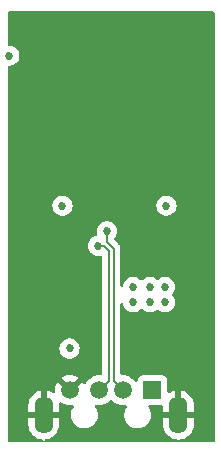
<source format=gbr>
%TF.GenerationSoftware,KiCad,Pcbnew,(6.0.7)*%
%TF.CreationDate,2023-02-05T00:26:33-08:00*%
%TF.ProjectId,ESP_Module,4553505f-4d6f-4647-956c-652e6b696361,rev?*%
%TF.SameCoordinates,Original*%
%TF.FileFunction,Copper,L4,Bot*%
%TF.FilePolarity,Positive*%
%FSLAX46Y46*%
G04 Gerber Fmt 4.6, Leading zero omitted, Abs format (unit mm)*
G04 Created by KiCad (PCBNEW (6.0.7)) date 2023-02-05 00:26:33*
%MOMM*%
%LPD*%
G01*
G04 APERTURE LIST*
%TA.AperFunction,ComponentPad*%
%ADD10R,1.508000X1.508000*%
%TD*%
%TA.AperFunction,ComponentPad*%
%ADD11C,1.508000*%
%TD*%
%TA.AperFunction,ComponentPad*%
%ADD12O,1.575000X3.150000*%
%TD*%
%TA.AperFunction,ViaPad*%
%ADD13C,0.685800*%
%TD*%
%TA.AperFunction,Conductor*%
%ADD14C,0.152400*%
%TD*%
G04 APERTURE END LIST*
D10*
%TO.P,J1,1,VCC*%
%TO.N,+5V*%
X160218000Y-100516000D03*
D11*
%TO.P,J1,2,D-*%
%TO.N,USB_D-*%
X157718000Y-100516000D03*
%TO.P,J1,3,D+*%
%TO.N,USB_D+*%
X155718000Y-100516000D03*
%TO.P,J1,4,GND*%
%TO.N,GND*%
X153218000Y-100516000D03*
D12*
%TO.P,J1,S1,SHIELD*%
X162418000Y-102616000D03*
%TO.P,J1,S2,SHIELD*%
X151018000Y-102616000D03*
%TD*%
D13*
%TO.N,GND*%
X164500000Y-97400000D03*
X164500000Y-99400000D03*
X149000000Y-97400000D03*
X149000000Y-99400000D03*
%TO.N,+3V3*%
X148100000Y-72200000D03*
%TO.N,GND*%
X159600000Y-84600000D03*
%TO.N,+3V3*%
X152600000Y-84900000D03*
%TO.N,GND*%
X154500000Y-84900000D03*
X150500000Y-86800000D03*
%TO.N,+3V3*%
X161300000Y-91800000D03*
X160000000Y-93100000D03*
X161300000Y-93100000D03*
X153200000Y-97000000D03*
X158600000Y-91800000D03*
X161400000Y-84900000D03*
X160000000Y-91800000D03*
X158600000Y-93100000D03*
%TO.N,GND*%
X156700000Y-80000000D03*
X154500000Y-86800000D03*
X152500000Y-86800000D03*
X160700000Y-80000000D03*
X156700000Y-71000000D03*
X158700000Y-80000000D03*
X160700000Y-71000000D03*
X164500000Y-91300000D03*
X152700000Y-80000000D03*
X152700000Y-71000000D03*
X158700000Y-71000000D03*
X154700000Y-80000000D03*
X164500000Y-89300000D03*
X164500000Y-93300000D03*
X164500000Y-95300000D03*
X154700000Y-71000000D03*
%TO.N,USB_D+*%
X155600000Y-88300000D03*
%TO.N,USB_D-*%
X156376702Y-87076702D03*
%TD*%
D14*
%TO.N,USB_D+*%
X156514799Y-88725466D02*
X156514799Y-99719201D01*
X156089333Y-88300000D02*
X156514799Y-88725466D01*
X155600000Y-88300000D02*
X156089333Y-88300000D01*
X156514799Y-99719201D02*
X155718000Y-100516000D01*
%TO.N,USB_D-*%
X156376702Y-88012631D02*
X156921201Y-88557130D01*
X156921201Y-99719201D02*
X157718000Y-100516000D01*
X156921201Y-88557130D02*
X156921201Y-99719201D01*
X156376702Y-87076702D02*
X156376702Y-88012631D01*
%TD*%
%TA.AperFunction,Conductor*%
%TO.N,GND*%
G36*
X165423121Y-68478502D02*
G01*
X165469614Y-68532158D01*
X165481000Y-68584500D01*
X165481000Y-104815500D01*
X165460998Y-104883621D01*
X165407342Y-104930114D01*
X165355000Y-104941500D01*
X162588658Y-104941500D01*
X162520537Y-104921498D01*
X162474044Y-104867842D01*
X162463940Y-104797568D01*
X162493434Y-104732988D01*
X162553160Y-104694604D01*
X162577676Y-104689979D01*
X162638341Y-104684671D01*
X162649136Y-104682768D01*
X162857470Y-104626945D01*
X162867762Y-104623199D01*
X163063243Y-104532045D01*
X163072729Y-104526567D01*
X163249401Y-104402861D01*
X163257808Y-104395807D01*
X163410307Y-104243308D01*
X163417361Y-104234901D01*
X163541067Y-104058229D01*
X163546545Y-104048743D01*
X163637699Y-103853262D01*
X163641445Y-103842970D01*
X163697268Y-103634636D01*
X163699171Y-103623841D01*
X163713262Y-103462791D01*
X163713500Y-103457327D01*
X163713500Y-102888115D01*
X163709025Y-102872876D01*
X163707635Y-102871671D01*
X163699952Y-102870000D01*
X161140615Y-102870000D01*
X161125376Y-102874475D01*
X161124171Y-102875865D01*
X161122500Y-102883548D01*
X161122500Y-103457327D01*
X161122738Y-103462791D01*
X161136829Y-103623841D01*
X161138732Y-103634636D01*
X161194555Y-103842970D01*
X161198301Y-103853262D01*
X161289455Y-104048743D01*
X161294933Y-104058229D01*
X161418639Y-104234901D01*
X161425693Y-104243308D01*
X161578190Y-104395805D01*
X161586598Y-104402861D01*
X161763266Y-104526565D01*
X161772762Y-104532048D01*
X161968238Y-104623199D01*
X161978530Y-104626945D01*
X162186864Y-104682768D01*
X162197659Y-104684671D01*
X162258324Y-104689979D01*
X162324442Y-104715843D01*
X162366081Y-104773346D01*
X162370022Y-104844233D01*
X162335013Y-104905998D01*
X162272168Y-104939030D01*
X162247342Y-104941500D01*
X151188658Y-104941500D01*
X151120537Y-104921498D01*
X151074044Y-104867842D01*
X151063940Y-104797568D01*
X151093434Y-104732988D01*
X151153160Y-104694604D01*
X151177676Y-104689979D01*
X151238341Y-104684671D01*
X151249136Y-104682768D01*
X151457470Y-104626945D01*
X151467762Y-104623199D01*
X151663243Y-104532045D01*
X151672729Y-104526567D01*
X151849401Y-104402861D01*
X151857808Y-104395807D01*
X152010307Y-104243308D01*
X152017361Y-104234901D01*
X152141067Y-104058229D01*
X152146545Y-104048743D01*
X152237699Y-103853262D01*
X152241445Y-103842970D01*
X152297268Y-103634636D01*
X152299171Y-103623841D01*
X152313262Y-103462791D01*
X152313500Y-103457327D01*
X152313500Y-102888115D01*
X152309025Y-102872876D01*
X152307635Y-102871671D01*
X152299952Y-102870000D01*
X149740615Y-102870000D01*
X149725376Y-102874475D01*
X149724171Y-102875865D01*
X149722500Y-102883548D01*
X149722500Y-103457327D01*
X149722738Y-103462791D01*
X149736829Y-103623841D01*
X149738732Y-103634636D01*
X149794555Y-103842970D01*
X149798301Y-103853262D01*
X149889455Y-104048743D01*
X149894933Y-104058229D01*
X150018639Y-104234901D01*
X150025693Y-104243308D01*
X150178190Y-104395805D01*
X150186598Y-104402861D01*
X150363266Y-104526565D01*
X150372762Y-104532048D01*
X150568238Y-104623199D01*
X150578530Y-104626945D01*
X150786864Y-104682768D01*
X150797659Y-104684671D01*
X150858324Y-104689979D01*
X150924442Y-104715843D01*
X150966081Y-104773346D01*
X150970022Y-104844233D01*
X150935013Y-104905998D01*
X150872168Y-104939030D01*
X150847342Y-104941500D01*
X148081000Y-104941500D01*
X148012879Y-104921498D01*
X147966386Y-104867842D01*
X147955000Y-104815500D01*
X147955000Y-102343885D01*
X149722500Y-102343885D01*
X149726975Y-102359124D01*
X149728365Y-102360329D01*
X149736048Y-102362000D01*
X150745885Y-102362000D01*
X150761124Y-102357525D01*
X150762329Y-102356135D01*
X150764000Y-102348452D01*
X150764000Y-102343885D01*
X151272000Y-102343885D01*
X151276475Y-102359124D01*
X151277865Y-102360329D01*
X151285548Y-102362000D01*
X152295385Y-102362000D01*
X152310624Y-102357525D01*
X152311829Y-102356135D01*
X152313500Y-102348452D01*
X152313500Y-101774673D01*
X152313261Y-101769187D01*
X152304557Y-101669708D01*
X152318545Y-101600103D01*
X152367944Y-101549111D01*
X152437070Y-101532920D01*
X152502348Y-101555513D01*
X152580081Y-101609942D01*
X152589576Y-101615425D01*
X152779740Y-101704099D01*
X152790032Y-101707845D01*
X152992704Y-101762151D01*
X153003499Y-101764054D01*
X153212525Y-101782342D01*
X153223475Y-101782342D01*
X153421792Y-101764991D01*
X153491397Y-101778980D01*
X153542389Y-101828379D01*
X153558580Y-101897505D01*
X153538903Y-101953565D01*
X153541002Y-101954779D01*
X153432693Y-102141999D01*
X153361740Y-102346323D01*
X153330703Y-102560377D01*
X153340704Y-102776438D01*
X153342108Y-102782263D01*
X153342108Y-102782264D01*
X153363253Y-102870000D01*
X153391380Y-102986710D01*
X153480903Y-103183606D01*
X153606043Y-103360021D01*
X153762285Y-103509590D01*
X153767320Y-103512841D01*
X153938954Y-103623664D01*
X153938957Y-103623665D01*
X153943991Y-103626916D01*
X154144604Y-103707766D01*
X154150485Y-103708914D01*
X154150490Y-103708916D01*
X154352441Y-103748354D01*
X154352444Y-103748354D01*
X154356887Y-103749222D01*
X154362571Y-103749500D01*
X154522041Y-103749500D01*
X154683315Y-103734113D01*
X154890860Y-103673226D01*
X154965787Y-103634636D01*
X155077817Y-103576937D01*
X155077820Y-103576935D01*
X155083148Y-103574191D01*
X155170666Y-103505445D01*
X155248522Y-103444289D01*
X155248527Y-103444285D01*
X155253239Y-103440583D01*
X155257171Y-103436052D01*
X155391067Y-103281752D01*
X155391071Y-103281747D01*
X155394998Y-103277221D01*
X155503307Y-103090001D01*
X155574260Y-102885677D01*
X155576533Y-102870000D01*
X155604436Y-102677563D01*
X155604436Y-102677560D01*
X155605297Y-102671623D01*
X155595296Y-102455562D01*
X155544620Y-102245290D01*
X155455097Y-102048394D01*
X155394822Y-101963422D01*
X155371724Y-101896288D01*
X155388588Y-101827323D01*
X155440060Y-101778424D01*
X155508573Y-101765001D01*
X155712525Y-101782844D01*
X155718000Y-101783323D01*
X155938068Y-101764070D01*
X156100243Y-101720615D01*
X156146140Y-101708317D01*
X156146142Y-101708316D01*
X156151450Y-101706894D01*
X156157444Y-101704099D01*
X156346675Y-101615860D01*
X156346680Y-101615857D01*
X156351662Y-101613534D01*
X156356792Y-101609942D01*
X156528109Y-101489985D01*
X156528112Y-101489983D01*
X156532620Y-101486826D01*
X156628905Y-101390541D01*
X156691217Y-101356515D01*
X156762032Y-101361580D01*
X156807095Y-101390541D01*
X156903380Y-101486826D01*
X156907888Y-101489983D01*
X156907891Y-101489985D01*
X157079208Y-101609942D01*
X157084338Y-101613534D01*
X157089320Y-101615857D01*
X157089325Y-101615860D01*
X157278556Y-101704099D01*
X157284550Y-101706894D01*
X157289858Y-101708316D01*
X157289860Y-101708317D01*
X157335757Y-101720615D01*
X157497932Y-101764070D01*
X157718000Y-101783323D01*
X157921411Y-101765527D01*
X157991014Y-101779516D01*
X158042007Y-101828916D01*
X158058197Y-101898042D01*
X158038759Y-101953481D01*
X158041002Y-101954779D01*
X157932693Y-102141999D01*
X157861740Y-102346323D01*
X157830703Y-102560377D01*
X157840704Y-102776438D01*
X157842108Y-102782263D01*
X157842108Y-102782264D01*
X157863253Y-102870000D01*
X157891380Y-102986710D01*
X157980903Y-103183606D01*
X158106043Y-103360021D01*
X158262285Y-103509590D01*
X158267320Y-103512841D01*
X158438954Y-103623664D01*
X158438957Y-103623665D01*
X158443991Y-103626916D01*
X158644604Y-103707766D01*
X158650485Y-103708914D01*
X158650490Y-103708916D01*
X158852441Y-103748354D01*
X158852444Y-103748354D01*
X158856887Y-103749222D01*
X158862571Y-103749500D01*
X159022041Y-103749500D01*
X159183315Y-103734113D01*
X159390860Y-103673226D01*
X159465787Y-103634636D01*
X159577817Y-103576937D01*
X159577820Y-103576935D01*
X159583148Y-103574191D01*
X159670666Y-103505445D01*
X159748522Y-103444289D01*
X159748527Y-103444285D01*
X159753239Y-103440583D01*
X159757171Y-103436052D01*
X159891067Y-103281752D01*
X159891071Y-103281747D01*
X159894998Y-103277221D01*
X160003307Y-103090001D01*
X160074260Y-102885677D01*
X160076533Y-102870000D01*
X160104436Y-102677563D01*
X160104436Y-102677560D01*
X160105297Y-102671623D01*
X160095296Y-102455562D01*
X160044620Y-102245290D01*
X159955097Y-102048394D01*
X159904737Y-101977399D01*
X159881639Y-101910266D01*
X159898503Y-101841301D01*
X159949975Y-101792402D01*
X160007507Y-101778500D01*
X160996500Y-101778500D01*
X161064621Y-101798502D01*
X161111114Y-101852158D01*
X161122500Y-101904500D01*
X161122500Y-102343885D01*
X161126975Y-102359124D01*
X161128365Y-102360329D01*
X161136048Y-102362000D01*
X162145885Y-102362000D01*
X162161124Y-102357525D01*
X162162329Y-102356135D01*
X162164000Y-102348452D01*
X162164000Y-102343885D01*
X162672000Y-102343885D01*
X162676475Y-102359124D01*
X162677865Y-102360329D01*
X162685548Y-102362000D01*
X163695385Y-102362000D01*
X163710624Y-102357525D01*
X163711829Y-102356135D01*
X163713500Y-102348452D01*
X163713500Y-101774673D01*
X163713262Y-101769209D01*
X163699171Y-101608159D01*
X163697268Y-101597364D01*
X163641445Y-101389030D01*
X163637699Y-101378738D01*
X163546545Y-101183257D01*
X163541067Y-101173771D01*
X163417361Y-100997099D01*
X163410307Y-100988692D01*
X163257810Y-100836195D01*
X163249402Y-100829139D01*
X163072734Y-100705435D01*
X163063238Y-100699952D01*
X162867762Y-100608801D01*
X162857470Y-100605055D01*
X162689497Y-100560047D01*
X162675401Y-100560383D01*
X162672000Y-100568325D01*
X162672000Y-102343885D01*
X162164000Y-102343885D01*
X162164000Y-100573474D01*
X162160027Y-100559943D01*
X162151478Y-100558714D01*
X161978530Y-100605055D01*
X161968238Y-100608801D01*
X161772757Y-100699955D01*
X161763279Y-100705428D01*
X161678770Y-100764601D01*
X161611496Y-100787288D01*
X161542636Y-100770003D01*
X161494052Y-100718233D01*
X161480500Y-100661387D01*
X161480500Y-99713866D01*
X161473745Y-99651684D01*
X161422615Y-99515295D01*
X161335261Y-99398739D01*
X161218705Y-99311385D01*
X161082316Y-99260255D01*
X161020134Y-99253500D01*
X159415866Y-99253500D01*
X159353684Y-99260255D01*
X159217295Y-99311385D01*
X159100739Y-99398739D01*
X159013385Y-99515295D01*
X158962255Y-99651684D01*
X158961402Y-99659540D01*
X158957061Y-99699499D01*
X158929820Y-99765061D01*
X158871457Y-99805488D01*
X158800503Y-99807944D01*
X158739485Y-99771649D01*
X158728585Y-99758162D01*
X158699961Y-99717283D01*
X158688826Y-99701380D01*
X158532620Y-99545174D01*
X158528112Y-99542017D01*
X158528109Y-99542015D01*
X158356171Y-99421623D01*
X158356168Y-99421621D01*
X158351662Y-99418466D01*
X158346680Y-99416143D01*
X158346675Y-99416140D01*
X158156432Y-99327429D01*
X158156431Y-99327429D01*
X158151450Y-99325106D01*
X158146142Y-99323684D01*
X158146140Y-99323683D01*
X158080748Y-99306161D01*
X157938068Y-99267930D01*
X157718000Y-99248677D01*
X157642882Y-99255249D01*
X157573278Y-99241260D01*
X157522285Y-99191860D01*
X157505901Y-99129728D01*
X157505901Y-93239719D01*
X157525903Y-93171598D01*
X157579559Y-93125105D01*
X157649833Y-93115001D01*
X157714413Y-93144495D01*
X157752797Y-93204221D01*
X157757211Y-93226548D01*
X157762618Y-93277991D01*
X157817923Y-93448203D01*
X157907409Y-93603197D01*
X158027164Y-93736199D01*
X158171955Y-93841396D01*
X158177983Y-93844080D01*
X158177985Y-93844081D01*
X158329423Y-93911505D01*
X158335454Y-93914190D01*
X158422984Y-93932795D01*
X158504057Y-93950028D01*
X158504061Y-93950028D01*
X158510514Y-93951400D01*
X158689486Y-93951400D01*
X158695939Y-93950028D01*
X158695943Y-93950028D01*
X158777016Y-93932795D01*
X158864546Y-93914190D01*
X158870577Y-93911505D01*
X159022015Y-93844081D01*
X159022017Y-93844080D01*
X159028045Y-93841396D01*
X159172836Y-93736199D01*
X159206366Y-93698960D01*
X159266809Y-93661722D01*
X159337793Y-93663073D01*
X159393634Y-93698960D01*
X159427164Y-93736199D01*
X159571955Y-93841396D01*
X159577983Y-93844080D01*
X159577985Y-93844081D01*
X159729423Y-93911505D01*
X159735454Y-93914190D01*
X159822984Y-93932795D01*
X159904057Y-93950028D01*
X159904061Y-93950028D01*
X159910514Y-93951400D01*
X160089486Y-93951400D01*
X160095939Y-93950028D01*
X160095943Y-93950028D01*
X160177016Y-93932795D01*
X160264546Y-93914190D01*
X160270577Y-93911505D01*
X160422015Y-93844081D01*
X160422017Y-93844080D01*
X160428045Y-93841396D01*
X160572836Y-93736199D01*
X160573954Y-93737738D01*
X160629696Y-93710988D01*
X160700150Y-93719751D01*
X160726712Y-93736821D01*
X160727164Y-93736199D01*
X160871955Y-93841396D01*
X160877983Y-93844080D01*
X160877985Y-93844081D01*
X161029423Y-93911505D01*
X161035454Y-93914190D01*
X161122984Y-93932795D01*
X161204057Y-93950028D01*
X161204061Y-93950028D01*
X161210514Y-93951400D01*
X161389486Y-93951400D01*
X161395939Y-93950028D01*
X161395943Y-93950028D01*
X161477016Y-93932795D01*
X161564546Y-93914190D01*
X161570577Y-93911505D01*
X161722015Y-93844081D01*
X161722017Y-93844080D01*
X161728045Y-93841396D01*
X161872836Y-93736199D01*
X161992591Y-93603197D01*
X162082077Y-93448203D01*
X162137382Y-93277991D01*
X162156090Y-93100000D01*
X162137382Y-92922009D01*
X162082077Y-92751797D01*
X161992591Y-92596803D01*
X161936322Y-92534309D01*
X161905605Y-92470303D01*
X161914369Y-92399849D01*
X161936322Y-92365690D01*
X161988172Y-92308105D01*
X161988173Y-92308104D01*
X161992591Y-92303197D01*
X162082077Y-92148203D01*
X162137382Y-91977991D01*
X162156090Y-91800000D01*
X162137382Y-91622009D01*
X162082077Y-91451797D01*
X161992591Y-91296803D01*
X161872836Y-91163801D01*
X161728045Y-91058604D01*
X161722017Y-91055920D01*
X161722015Y-91055919D01*
X161570577Y-90988495D01*
X161570576Y-90988495D01*
X161564546Y-90985810D01*
X161477016Y-90967205D01*
X161395943Y-90949972D01*
X161395939Y-90949972D01*
X161389486Y-90948600D01*
X161210514Y-90948600D01*
X161204061Y-90949972D01*
X161204057Y-90949972D01*
X161122984Y-90967205D01*
X161035454Y-90985810D01*
X161029424Y-90988495D01*
X161029423Y-90988495D01*
X160877985Y-91055919D01*
X160877983Y-91055920D01*
X160871955Y-91058604D01*
X160727164Y-91163801D01*
X160726046Y-91162262D01*
X160670304Y-91189012D01*
X160599850Y-91180249D01*
X160573288Y-91163179D01*
X160572836Y-91163801D01*
X160433387Y-91062485D01*
X160433386Y-91062484D01*
X160428045Y-91058604D01*
X160422017Y-91055920D01*
X160422015Y-91055919D01*
X160270577Y-90988495D01*
X160270576Y-90988495D01*
X160264546Y-90985810D01*
X160177016Y-90967205D01*
X160095943Y-90949972D01*
X160095939Y-90949972D01*
X160089486Y-90948600D01*
X159910514Y-90948600D01*
X159904061Y-90949972D01*
X159904057Y-90949972D01*
X159822984Y-90967205D01*
X159735454Y-90985810D01*
X159729424Y-90988495D01*
X159729423Y-90988495D01*
X159577985Y-91055919D01*
X159577983Y-91055920D01*
X159571955Y-91058604D01*
X159427164Y-91163801D01*
X159393634Y-91201040D01*
X159333191Y-91238278D01*
X159262207Y-91236927D01*
X159206366Y-91201040D01*
X159172836Y-91163801D01*
X159028045Y-91058604D01*
X159022017Y-91055920D01*
X159022015Y-91055919D01*
X158870577Y-90988495D01*
X158870576Y-90988495D01*
X158864546Y-90985810D01*
X158777016Y-90967205D01*
X158695943Y-90949972D01*
X158695939Y-90949972D01*
X158689486Y-90948600D01*
X158510514Y-90948600D01*
X158504061Y-90949972D01*
X158504057Y-90949972D01*
X158422984Y-90967205D01*
X158335454Y-90985810D01*
X158329424Y-90988495D01*
X158329423Y-90988495D01*
X158177985Y-91055919D01*
X158177983Y-91055920D01*
X158171955Y-91058604D01*
X158027164Y-91163801D01*
X157907409Y-91296803D01*
X157817923Y-91451797D01*
X157762618Y-91622009D01*
X157761928Y-91628572D01*
X157761928Y-91628573D01*
X157757211Y-91673452D01*
X157730198Y-91739109D01*
X157671976Y-91779738D01*
X157601031Y-91782441D01*
X157539887Y-91746359D01*
X157507957Y-91682947D01*
X157505901Y-91660281D01*
X157505901Y-88603716D01*
X157506979Y-88587269D01*
X157509869Y-88565318D01*
X157510947Y-88557130D01*
X157490851Y-88404493D01*
X157447569Y-88300000D01*
X157435095Y-88269885D01*
X157435094Y-88269883D01*
X157431935Y-88262257D01*
X157395467Y-88214732D01*
X157395466Y-88214730D01*
X157343242Y-88146670D01*
X157338214Y-88140117D01*
X157331664Y-88135091D01*
X157331660Y-88135087D01*
X157314092Y-88121607D01*
X157301700Y-88110739D01*
X157012445Y-87821484D01*
X156978419Y-87759172D01*
X156983484Y-87688357D01*
X157007902Y-87648081D01*
X157069293Y-87579899D01*
X157123616Y-87485810D01*
X157155475Y-87430628D01*
X157155476Y-87430627D01*
X157158779Y-87424905D01*
X157214084Y-87254693D01*
X157232792Y-87076702D01*
X157214084Y-86898711D01*
X157158779Y-86728499D01*
X157069293Y-86573505D01*
X156949538Y-86440503D01*
X156804747Y-86335306D01*
X156798719Y-86332622D01*
X156798717Y-86332621D01*
X156647279Y-86265197D01*
X156647278Y-86265197D01*
X156641248Y-86262512D01*
X156553718Y-86243907D01*
X156472645Y-86226674D01*
X156472641Y-86226674D01*
X156466188Y-86225302D01*
X156287216Y-86225302D01*
X156280763Y-86226674D01*
X156280759Y-86226674D01*
X156199686Y-86243907D01*
X156112156Y-86262512D01*
X156106126Y-86265197D01*
X156106125Y-86265197D01*
X155954687Y-86332621D01*
X155954685Y-86332622D01*
X155948657Y-86335306D01*
X155803866Y-86440503D01*
X155684111Y-86573505D01*
X155594625Y-86728499D01*
X155539320Y-86898711D01*
X155520612Y-87076702D01*
X155539320Y-87254693D01*
X155541360Y-87260971D01*
X155541360Y-87260972D01*
X155553150Y-87297257D01*
X155555178Y-87368224D01*
X155518515Y-87429022D01*
X155459514Y-87459440D01*
X155410241Y-87469914D01*
X155335454Y-87485810D01*
X155329424Y-87488495D01*
X155329423Y-87488495D01*
X155177985Y-87555919D01*
X155177983Y-87555920D01*
X155171955Y-87558604D01*
X155166614Y-87562484D01*
X155166613Y-87562485D01*
X155048805Y-87648078D01*
X155027164Y-87663801D01*
X154907409Y-87796803D01*
X154817923Y-87951797D01*
X154762618Y-88122009D01*
X154743910Y-88300000D01*
X154762618Y-88477991D01*
X154817923Y-88648203D01*
X154907409Y-88803197D01*
X155027164Y-88936199D01*
X155171955Y-89041396D01*
X155177983Y-89044080D01*
X155177985Y-89044081D01*
X155329423Y-89111505D01*
X155335454Y-89114190D01*
X155422100Y-89132607D01*
X155504057Y-89150028D01*
X155504061Y-89150028D01*
X155510514Y-89151400D01*
X155689486Y-89151400D01*
X155709112Y-89147228D01*
X155777903Y-89132607D01*
X155848693Y-89138009D01*
X155905326Y-89180826D01*
X155929819Y-89247464D01*
X155930099Y-89255854D01*
X155930099Y-99129728D01*
X155910097Y-99197849D01*
X155856441Y-99244342D01*
X155793118Y-99255249D01*
X155718000Y-99248677D01*
X155497932Y-99267930D01*
X155355252Y-99306161D01*
X155289860Y-99323683D01*
X155289858Y-99323684D01*
X155284550Y-99325106D01*
X155279569Y-99327428D01*
X155279568Y-99327429D01*
X155089320Y-99416143D01*
X155089317Y-99416145D01*
X155084339Y-99418466D01*
X154903380Y-99545174D01*
X154747174Y-99701380D01*
X154620466Y-99882339D01*
X154618145Y-99887317D01*
X154618143Y-99887320D01*
X154581919Y-99965003D01*
X154535002Y-100018288D01*
X154466724Y-100037749D01*
X154398764Y-100017207D01*
X154353529Y-99965003D01*
X154317424Y-99887575D01*
X154311945Y-99878085D01*
X154282461Y-99835978D01*
X154271985Y-99827604D01*
X154258537Y-99834673D01*
X153307095Y-100786115D01*
X153244783Y-100820141D01*
X153173968Y-100815076D01*
X153128905Y-100786115D01*
X152176741Y-99833951D01*
X152164967Y-99827521D01*
X152152951Y-99836817D01*
X152124055Y-99878085D01*
X152118577Y-99887575D01*
X152029901Y-100077740D01*
X152026155Y-100088032D01*
X151971849Y-100290704D01*
X151969946Y-100301499D01*
X151951658Y-100510525D01*
X151951658Y-100521486D01*
X151963454Y-100656309D01*
X151949466Y-100725914D01*
X151900067Y-100776906D01*
X151830941Y-100793097D01*
X151765664Y-100770505D01*
X151672731Y-100705434D01*
X151663238Y-100699952D01*
X151467762Y-100608801D01*
X151457470Y-100605055D01*
X151289497Y-100560047D01*
X151275401Y-100560383D01*
X151272000Y-100568325D01*
X151272000Y-102343885D01*
X150764000Y-102343885D01*
X150764000Y-100573474D01*
X150760027Y-100559943D01*
X150751478Y-100558714D01*
X150578530Y-100605055D01*
X150568238Y-100608801D01*
X150372757Y-100699955D01*
X150363271Y-100705433D01*
X150186599Y-100829139D01*
X150178192Y-100836193D01*
X150025693Y-100988692D01*
X150018639Y-100997099D01*
X149894933Y-101173771D01*
X149889455Y-101183257D01*
X149798301Y-101378738D01*
X149794555Y-101389030D01*
X149738732Y-101597364D01*
X149736829Y-101608159D01*
X149722738Y-101769209D01*
X149722500Y-101774673D01*
X149722500Y-102343885D01*
X147955000Y-102343885D01*
X147955000Y-99462015D01*
X152529604Y-99462015D01*
X152536673Y-99475463D01*
X153205188Y-100143978D01*
X153219132Y-100151592D01*
X153220965Y-100151461D01*
X153227580Y-100147210D01*
X153900049Y-99474741D01*
X153906479Y-99462966D01*
X153897183Y-99450951D01*
X153855919Y-99422058D01*
X153846424Y-99416575D01*
X153656260Y-99327901D01*
X153645968Y-99324155D01*
X153443296Y-99269849D01*
X153432501Y-99267946D01*
X153223475Y-99249658D01*
X153212525Y-99249658D01*
X153003499Y-99267946D01*
X152992704Y-99269849D01*
X152790032Y-99324155D01*
X152779740Y-99327901D01*
X152589575Y-99416577D01*
X152580085Y-99422055D01*
X152537978Y-99451539D01*
X152529604Y-99462015D01*
X147955000Y-99462015D01*
X147955000Y-97000000D01*
X152343910Y-97000000D01*
X152362618Y-97177991D01*
X152417923Y-97348203D01*
X152507409Y-97503197D01*
X152627164Y-97636199D01*
X152771955Y-97741396D01*
X152777983Y-97744080D01*
X152777985Y-97744081D01*
X152929423Y-97811505D01*
X152935454Y-97814190D01*
X153022984Y-97832795D01*
X153104057Y-97850028D01*
X153104061Y-97850028D01*
X153110514Y-97851400D01*
X153289486Y-97851400D01*
X153295939Y-97850028D01*
X153295943Y-97850028D01*
X153377016Y-97832795D01*
X153464546Y-97814190D01*
X153470577Y-97811505D01*
X153622015Y-97744081D01*
X153622017Y-97744080D01*
X153628045Y-97741396D01*
X153772836Y-97636199D01*
X153892591Y-97503197D01*
X153982077Y-97348203D01*
X154037382Y-97177991D01*
X154056090Y-97000000D01*
X154037382Y-96822009D01*
X153982077Y-96651797D01*
X153892591Y-96496803D01*
X153772836Y-96363801D01*
X153628045Y-96258604D01*
X153622017Y-96255920D01*
X153622015Y-96255919D01*
X153470577Y-96188495D01*
X153470576Y-96188495D01*
X153464546Y-96185810D01*
X153377016Y-96167205D01*
X153295943Y-96149972D01*
X153295939Y-96149972D01*
X153289486Y-96148600D01*
X153110514Y-96148600D01*
X153104061Y-96149972D01*
X153104057Y-96149972D01*
X153022984Y-96167205D01*
X152935454Y-96185810D01*
X152929424Y-96188495D01*
X152929423Y-96188495D01*
X152777985Y-96255919D01*
X152777983Y-96255920D01*
X152771955Y-96258604D01*
X152627164Y-96363801D01*
X152507409Y-96496803D01*
X152417923Y-96651797D01*
X152362618Y-96822009D01*
X152343910Y-97000000D01*
X147955000Y-97000000D01*
X147955000Y-84900000D01*
X151743910Y-84900000D01*
X151762618Y-85077991D01*
X151817923Y-85248203D01*
X151907409Y-85403197D01*
X152027164Y-85536199D01*
X152171955Y-85641396D01*
X152177983Y-85644080D01*
X152177985Y-85644081D01*
X152329423Y-85711505D01*
X152335454Y-85714190D01*
X152422984Y-85732795D01*
X152504057Y-85750028D01*
X152504061Y-85750028D01*
X152510514Y-85751400D01*
X152689486Y-85751400D01*
X152695939Y-85750028D01*
X152695943Y-85750028D01*
X152777016Y-85732795D01*
X152864546Y-85714190D01*
X152870577Y-85711505D01*
X153022015Y-85644081D01*
X153022017Y-85644080D01*
X153028045Y-85641396D01*
X153172836Y-85536199D01*
X153292591Y-85403197D01*
X153382077Y-85248203D01*
X153437382Y-85077991D01*
X153456090Y-84900000D01*
X160543910Y-84900000D01*
X160562618Y-85077991D01*
X160617923Y-85248203D01*
X160707409Y-85403197D01*
X160827164Y-85536199D01*
X160971955Y-85641396D01*
X160977983Y-85644080D01*
X160977985Y-85644081D01*
X161129423Y-85711505D01*
X161135454Y-85714190D01*
X161222984Y-85732795D01*
X161304057Y-85750028D01*
X161304061Y-85750028D01*
X161310514Y-85751400D01*
X161489486Y-85751400D01*
X161495939Y-85750028D01*
X161495943Y-85750028D01*
X161577016Y-85732795D01*
X161664546Y-85714190D01*
X161670577Y-85711505D01*
X161822015Y-85644081D01*
X161822017Y-85644080D01*
X161828045Y-85641396D01*
X161972836Y-85536199D01*
X162092591Y-85403197D01*
X162182077Y-85248203D01*
X162237382Y-85077991D01*
X162256090Y-84900000D01*
X162237382Y-84722009D01*
X162182077Y-84551797D01*
X162092591Y-84396803D01*
X161972836Y-84263801D01*
X161828045Y-84158604D01*
X161822017Y-84155920D01*
X161822015Y-84155919D01*
X161670577Y-84088495D01*
X161670576Y-84088495D01*
X161664546Y-84085810D01*
X161577016Y-84067205D01*
X161495943Y-84049972D01*
X161495939Y-84049972D01*
X161489486Y-84048600D01*
X161310514Y-84048600D01*
X161304061Y-84049972D01*
X161304057Y-84049972D01*
X161222984Y-84067205D01*
X161135454Y-84085810D01*
X161129424Y-84088495D01*
X161129423Y-84088495D01*
X160977985Y-84155919D01*
X160977983Y-84155920D01*
X160971955Y-84158604D01*
X160827164Y-84263801D01*
X160707409Y-84396803D01*
X160617923Y-84551797D01*
X160562618Y-84722009D01*
X160543910Y-84900000D01*
X153456090Y-84900000D01*
X153437382Y-84722009D01*
X153382077Y-84551797D01*
X153292591Y-84396803D01*
X153172836Y-84263801D01*
X153028045Y-84158604D01*
X153022017Y-84155920D01*
X153022015Y-84155919D01*
X152870577Y-84088495D01*
X152870576Y-84088495D01*
X152864546Y-84085810D01*
X152777016Y-84067205D01*
X152695943Y-84049972D01*
X152695939Y-84049972D01*
X152689486Y-84048600D01*
X152510514Y-84048600D01*
X152504061Y-84049972D01*
X152504057Y-84049972D01*
X152422984Y-84067205D01*
X152335454Y-84085810D01*
X152329424Y-84088495D01*
X152329423Y-84088495D01*
X152177985Y-84155919D01*
X152177983Y-84155920D01*
X152171955Y-84158604D01*
X152027164Y-84263801D01*
X151907409Y-84396803D01*
X151817923Y-84551797D01*
X151762618Y-84722009D01*
X151743910Y-84900000D01*
X147955000Y-84900000D01*
X147955000Y-73177400D01*
X147975002Y-73109279D01*
X148028658Y-73062786D01*
X148081000Y-73051400D01*
X148189486Y-73051400D01*
X148195939Y-73050028D01*
X148195943Y-73050028D01*
X148277016Y-73032795D01*
X148364546Y-73014190D01*
X148370577Y-73011505D01*
X148522015Y-72944081D01*
X148522017Y-72944080D01*
X148528045Y-72941396D01*
X148672836Y-72836199D01*
X148792591Y-72703197D01*
X148882077Y-72548203D01*
X148937382Y-72377991D01*
X148956090Y-72200000D01*
X148937382Y-72022009D01*
X148882077Y-71851797D01*
X148792591Y-71696803D01*
X148672836Y-71563801D01*
X148528045Y-71458604D01*
X148522017Y-71455920D01*
X148522015Y-71455919D01*
X148370577Y-71388495D01*
X148370576Y-71388495D01*
X148364546Y-71385810D01*
X148277016Y-71367205D01*
X148195943Y-71349972D01*
X148195939Y-71349972D01*
X148189486Y-71348600D01*
X148081000Y-71348600D01*
X148012879Y-71328598D01*
X147966386Y-71274942D01*
X147955000Y-71222600D01*
X147955000Y-68584500D01*
X147975002Y-68516379D01*
X148028658Y-68469886D01*
X148081000Y-68458500D01*
X165355000Y-68458500D01*
X165423121Y-68478502D01*
G37*
%TD.AperFunction*%
%TD*%
M02*

</source>
